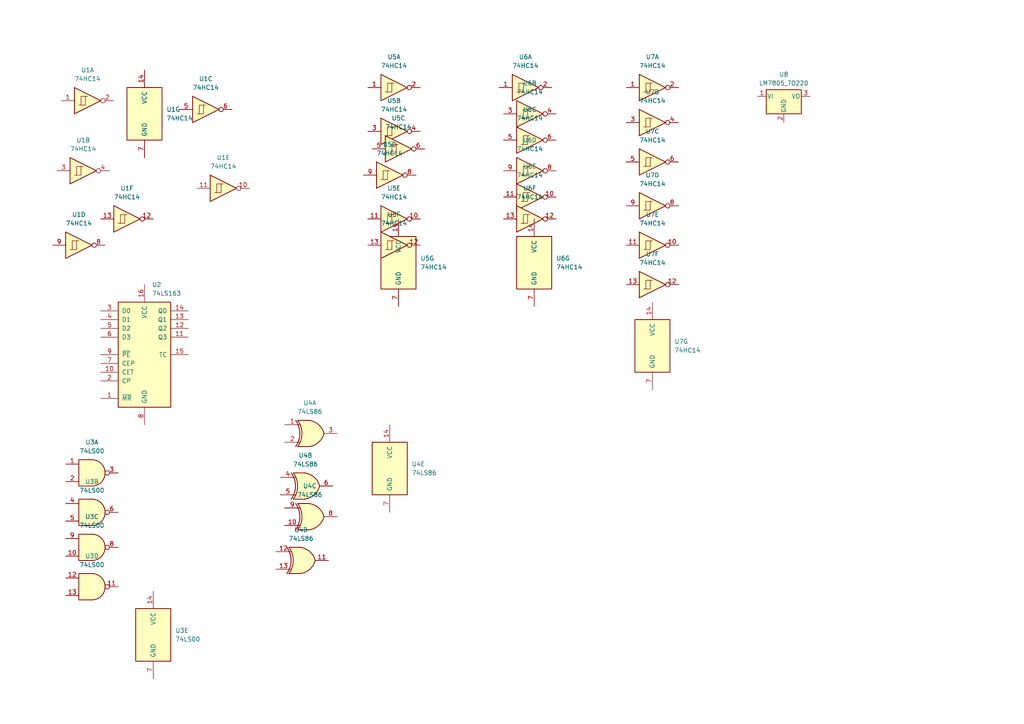
<source format=kicad_sch>
(kicad_sch (version 20250114) (generator "eeschema") (generator_version "9.0")
  (paper "A4")
  (lib_symbols
    (symbol "74xx:74HC14" (pin_names (offset 1.016))
      (property "Reference" "U" (at 0 1.27 0))
      (property "Value" "74HC14" (at 0 -1.27 0))
      (symbol "74HC14_1_0"
        (polyline (pts (xy -3.81 3.81) (xy -3.81 -3.81) (xy 3.81 0) (xy -3.81 3.81)) (stroke (width 0.254)) (fill (type background)))
        (pin input line (at -7.62 0 0) (length 3.81) (name "~") (number "1"))
        (pin output inverted (at 7.62 0 180) (length 3.81) (name "~") (number "2"))
      )
      (symbol "74HC14_1_1"
        (polyline (pts (xy -2.54 -1.27) (xy -0.635 -1.27) (xy -0.635 1.27) (xy 0 1.27)))
        (polyline (pts (xy -1.905 -1.27) (xy -1.905 1.27) (xy -0.635 1.27)))
      )
      (symbol "74HC14_2_0"
        (polyline (pts (xy -3.81 3.81) (xy -3.81 -3.81) (xy 3.81 0) (xy -3.81 3.81)) (stroke (width 0.254)) (fill (type background)))
        (pin input line (at -7.62 0 0) (length 3.81) (name "~") (number "3"))
        (pin output inverted (at 7.62 0 180) (length 3.81) (name "~") (number "4"))
      )
      (symbol "74HC14_2_1"
        (polyline (pts (xy -2.54 -1.27) (xy -0.635 -1.27) (xy -0.635 1.27) (xy 0 1.27)))
        (polyline (pts (xy -1.905 -1.27) (xy -1.905 1.27) (xy -0.635 1.27)))
      )
      (symbol "74HC14_3_0"
        (polyline (pts (xy -3.81 3.81) (xy -3.81 -3.81) (xy 3.81 0) (xy -3.81 3.81)) (stroke (width 0.254)) (fill (type background)))
        (pin input line (at -7.62 0 0) (length 3.81) (name "~") (number "5"))
        (pin output inverted (at 7.62 0 180) (length 3.81) (name "~") (number "6"))
      )
      (symbol "74HC14_3_1"
        (polyline (pts (xy -2.54 -1.27) (xy -0.635 -1.27) (xy -0.635 1.27) (xy 0 1.27)))
        (polyline (pts (xy -1.905 -1.27) (xy -1.905 1.27) (xy -0.635 1.27)))
      )
      (symbol "74HC14_4_0"
        (polyline (pts (xy -3.81 3.81) (xy -3.81 -3.81) (xy 3.81 0) (xy -3.81 3.81)) (stroke (width 0.254)) (fill (type background)))
        (pin input line (at -7.62 0 0) (length 3.81) (name "~") (number "9"))
        (pin output inverted (at 7.62 0 180) (length 3.81) (name "~") (number "8"))
      )
      (symbol "74HC14_4_1"
        (polyline (pts (xy -2.54 -1.27) (xy -0.635 -1.27) (xy -0.635 1.27) (xy 0 1.27)))
        (polyline (pts (xy -1.905 -1.27) (xy -1.905 1.27) (xy -0.635 1.27)))
      )
      (symbol "74HC14_5_0"
        (polyline (pts (xy -3.81 3.81) (xy -3.81 -3.81) (xy 3.81 0) (xy -3.81 3.81)) (stroke (width 0.254)) (fill (type background)))
        (pin input line (at -7.62 0 0) (length 3.81) (name "~") (number "11"))
        (pin output inverted (at 7.62 0 180) (length 3.81) (name "~") (number "10"))
      )
      (symbol "74HC14_5_1"
        (polyline (pts (xy -2.54 -1.27) (xy -0.635 -1.27) (xy -0.635 1.27) (xy 0 1.27)))
        (polyline (pts (xy -1.905 -1.27) (xy -1.905 1.27) (xy -0.635 1.27)))
      )
      (symbol "74HC14_6_0"
        (polyline (pts (xy -3.81 3.81) (xy -3.81 -3.81) (xy 3.81 0) (xy -3.81 3.81)) (stroke (width 0.254)) (fill (type background)))
        (pin input line (at -7.62 0 0) (length 3.81) (name "~") (number "13"))
        (pin output inverted (at 7.62 0 180) (length 3.81) (name "~") (number "12"))
      )
      (symbol "74HC14_6_1"
        (polyline (pts (xy -2.54 -1.27) (xy -0.635 -1.27) (xy -0.635 1.27) (xy 0 1.27)))
        (polyline (pts (xy -1.905 -1.27) (xy -1.905 1.27) (xy -0.635 1.27)))
      )
      (symbol "74HC14_7_0"
        (pin power_in line (at 0 12.7 270) (length 5.08) (name "VCC") (number "14"))
        (pin power_in line (at 0 -12.7 90) (length 5.08) (name "GND") (number "7"))
      )
      (symbol "74HC14_7_1"
        (rectangle (start -5.08 7.62) (end 5.08 -7.62) (stroke (width 0.254)) (fill (type background)))
      )
    )
    (symbol "74xx:74LS00" (pin_names (offset 1.016))
      (property "Reference" "U" (at 0 1.27 0))
      (property "Value" "74LS00" (at 0 -1.27 0))
      (symbol "74LS00_1_1"
        (arc (start 0 3.81) (mid 3.7934 0) (end 0 -3.81) (stroke (width 0.254)) (fill (type background)))
        (polyline (pts (xy 0 3.81) (xy -3.81 3.81) (xy -3.81 -3.81) (xy 0 -3.81)) (stroke (width 0.254)) (fill (type background)))
        (pin input line (at -7.62 2.54 0) (length 3.81) (name "~") (number "1"))
        (pin input line (at -7.62 -2.54 0) (length 3.81) (name "~") (number "2"))
        (pin output inverted (at 7.62 0 180) (length 3.81) (name "~") (number "3"))
      )
      (symbol "74LS00_1_2"
        (arc (start -3.81 3.81) (mid -2.589 0) (end -3.81 -3.81) (stroke (width 0.254)))
        (polyline (pts (xy -3.81 3.81) (xy -0.635 3.81)) (stroke (width 0.254)) (fill (type background)))
        (polyline (pts (xy -3.81 -3.81) (xy -0.635 -3.81)) (stroke (width 0.254)) (fill (type background)))
        (arc (start 3.81 0) (mid 2.1855 -2.584) (end -0.6096 -3.81) (stroke (width 0.254)) (fill (type background)))
        (arc (start -0.6096 3.81) (mid 2.1928 2.5924) (end 3.81 0) (stroke (width 0.254)) (fill (type background)))
        (polyline (pts (xy -0.635 3.81) (xy -3.81 3.81) (xy -3.81 3.81) (xy -3.556 3.4036) (xy -3.0226 2.2606) (xy -2.6924 1.0414) (xy -2.6162 -0.254) (xy -2.7686 -1.4986) (xy -3.175 -2.7178) (xy -3.81 -3.81) (xy -3.81 -3.81) (xy -0.635 -3.81)) (stroke (width -25.4)) (fill (type background)))
        (pin input inverted (at -7.62 2.54 0) (length 4.318) (name "~") (number "1"))
        (pin input inverted (at -7.62 -2.54 0) (length 4.318) (name "~") (number "2"))
        (pin output line (at 7.62 0 180) (length 3.81) (name "~") (number "3"))
      )
      (symbol "74LS00_2_1"
        (arc (start 0 3.81) (mid 3.7934 0) (end 0 -3.81) (stroke (width 0.254)) (fill (type background)))
        (polyline (pts (xy 0 3.81) (xy -3.81 3.81) (xy -3.81 -3.81) (xy 0 -3.81)) (stroke (width 0.254)) (fill (type background)))
        (pin input line (at -7.62 2.54 0) (length 3.81) (name "~") (number "4"))
        (pin input line (at -7.62 -2.54 0) (length 3.81) (name "~") (number "5"))
        (pin output inverted (at 7.62 0 180) (length 3.81) (name "~") (number "6"))
      )
      (symbol "74LS00_2_2"
        (arc (start -3.81 3.81) (mid -2.589 0) (end -3.81 -3.81) (stroke (width 0.254)))
        (polyline (pts (xy -3.81 3.81) (xy -0.635 3.81)) (stroke (width 0.254)) (fill (type background)))
        (polyline (pts (xy -3.81 -3.81) (xy -0.635 -3.81)) (stroke (width 0.254)) (fill (type background)))
        (arc (start 3.81 0) (mid 2.1855 -2.584) (end -0.6096 -3.81) (stroke (width 0.254)) (fill (type background)))
        (arc (start -0.6096 3.81) (mid 2.1928 2.5924) (end 3.81 0) (stroke (width 0.254)) (fill (type background)))
        (polyline (pts (xy -0.635 3.81) (xy -3.81 3.81) (xy -3.81 3.81) (xy -3.556 3.4036) (xy -3.0226 2.2606) (xy -2.6924 1.0414) (xy -2.6162 -0.254) (xy -2.7686 -1.4986) (xy -3.175 -2.7178) (xy -3.81 -3.81) (xy -3.81 -3.81) (xy -0.635 -3.81)) (stroke (width -25.4)) (fill (type background)))
        (pin input inverted (at -7.62 2.54 0) (length 4.318) (name "~") (number "4"))
        (pin input inverted (at -7.62 -2.54 0) (length 4.318) (name "~") (number "5"))
        (pin output line (at 7.62 0 180) (length 3.81) (name "~") (number "6"))
      )
      (symbol "74LS00_3_1"
        (arc (start 0 3.81) (mid 3.7934 0) (end 0 -3.81) (stroke (width 0.254)) (fill (type background)))
        (polyline (pts (xy 0 3.81) (xy -3.81 3.81) (xy -3.81 -3.81) (xy 0 -3.81)) (stroke (width 0.254)) (fill (type background)))
        (pin input line (at -7.62 2.54 0) (length 3.81) (name "~") (number "9"))
        (pin input line (at -7.62 -2.54 0) (length 3.81) (name "~") (number "10"))
        (pin output inverted (at 7.62 0 180) (length 3.81) (name "~") (number "8"))
      )
      (symbol "74LS00_3_2"
        (arc (start -3.81 3.81) (mid -2.589 0) (end -3.81 -3.81) (stroke (width 0.254)))
        (polyline (pts (xy -3.81 3.81) (xy -0.635 3.81)) (stroke (width 0.254)) (fill (type background)))
        (polyline (pts (xy -3.81 -3.81) (xy -0.635 -3.81)) (stroke (width 0.254)) (fill (type background)))
        (arc (start 3.81 0) (mid 2.1855 -2.584) (end -0.6096 -3.81) (stroke (width 0.254)) (fill (type background)))
        (arc (start -0.6096 3.81) (mid 2.1928 2.5924) (end 3.81 0) (stroke (width 0.254)) (fill (type background)))
        (polyline (pts (xy -0.635 3.81) (xy -3.81 3.81) (xy -3.81 3.81) (xy -3.556 3.4036) (xy -3.0226 2.2606) (xy -2.6924 1.0414) (xy -2.6162 -0.254) (xy -2.7686 -1.4986) (xy -3.175 -2.7178) (xy -3.81 -3.81) (xy -3.81 -3.81) (xy -0.635 -3.81)) (stroke (width -25.4)) (fill (type background)))
        (pin input inverted (at -7.62 2.54 0) (length 4.318) (name "~") (number "9"))
        (pin input inverted (at -7.62 -2.54 0) (length 4.318) (name "~") (number "10"))
        (pin output line (at 7.62 0 180) (length 3.81) (name "~") (number "8"))
      )
      (symbol "74LS00_4_1"
        (arc (start 0 3.81) (mid 3.7934 0) (end 0 -3.81) (stroke (width 0.254)) (fill (type background)))
        (polyline (pts (xy 0 3.81) (xy -3.81 3.81) (xy -3.81 -3.81) (xy 0 -3.81)) (stroke (width 0.254)) (fill (type background)))
        (pin input line (at -7.62 2.54 0) (length 3.81) (name "~") (number "12"))
        (pin input line (at -7.62 -2.54 0) (length 3.81) (name "~") (number "13"))
        (pin output inverted (at 7.62 0 180) (length 3.81) (name "~") (number "11"))
      )
      (symbol "74LS00_4_2"
        (arc (start -3.81 3.81) (mid -2.589 0) (end -3.81 -3.81) (stroke (width 0.254)))
        (polyline (pts (xy -3.81 3.81) (xy -0.635 3.81)) (stroke (width 0.254)) (fill (type background)))
        (polyline (pts (xy -3.81 -3.81) (xy -0.635 -3.81)) (stroke (width 0.254)) (fill (type background)))
        (arc (start 3.81 0) (mid 2.1855 -2.584) (end -0.6096 -3.81) (stroke (width 0.254)) (fill (type background)))
        (arc (start -0.6096 3.81) (mid 2.1928 2.5924) (end 3.81 0) (stroke (width 0.254)) (fill (type background)))
        (polyline (pts (xy -0.635 3.81) (xy -3.81 3.81) (xy -3.81 3.81) (xy -3.556 3.4036) (xy -3.0226 2.2606) (xy -2.6924 1.0414) (xy -2.6162 -0.254) (xy -2.7686 -1.4986) (xy -3.175 -2.7178) (xy -3.81 -3.81) (xy -3.81 -3.81) (xy -0.635 -3.81)) (stroke (width -25.4)) (fill (type background)))
        (pin input inverted (at -7.62 2.54 0) (length 4.318) (name "~") (number "12"))
        (pin input inverted (at -7.62 -2.54 0) (length 4.318) (name "~") (number "13"))
        (pin output line (at 7.62 0 180) (length 3.81) (name "~") (number "11"))
      )
      (symbol "74LS00_5_0"
        (pin power_in line (at 0 12.7 270) (length 5.08) (name "VCC") (number "14"))
        (pin power_in line (at 0 -12.7 90) (length 5.08) (name "GND") (number "7"))
      )
      (symbol "74LS00_5_1"
        (rectangle (start -5.08 7.62) (end 5.08 -7.62) (stroke (width 0.254)) (fill (type background)))
      )
    )
    (symbol "74xx:74LS163" (pin_names (offset 1.016))
      (property "Reference" "U" (at -7.62 16.51 0))
      (property "Value" "74LS163" (at -7.62 -16.51 0))
      (symbol "74LS163_1_0"
        (pin input line (at -12.7 12.7 0) (length 5.08) (name "D0") (number "3"))
        (pin input line (at -12.7 10.16 0) (length 5.08) (name "D1") (number "4"))
        (pin input line (at -12.7 7.62 0) (length 5.08) (name "D2") (number "5"))
        (pin input line (at -12.7 5.08 0) (length 5.08) (name "D3") (number "6"))
        (pin input line (at -12.7 0 0) (length 5.08) (name "~{PE}") (number "9"))
        (pin input line (at -12.7 -2.54 0) (length 5.08) (name "CEP") (number "7"))
        (pin input line (at -12.7 -5.08 0) (length 5.08) (name "CET") (number "10"))
        (pin input line (at -12.7 -7.62 0) (length 5.08) (name "CP") (number "2"))
        (pin input line (at -12.7 -12.7 0) (length 5.08) (name "~{MR}") (number "1"))
        (pin power_in line (at 0 20.32 270) (length 5.08) (name "VCC") (number "16"))
        (pin power_in line (at 0 -20.32 90) (length 5.08) (name "GND") (number "8"))
        (pin output line (at 12.7 12.7 180) (length 5.08) (name "Q0") (number "14"))
        (pin output line (at 12.7 10.16 180) (length 5.08) (name "Q1") (number "13"))
        (pin output line (at 12.7 7.62 180) (length 5.08) (name "Q2") (number "12"))
        (pin output line (at 12.7 5.08 180) (length 5.08) (name "Q3") (number "11"))
        (pin output line (at 12.7 0 180) (length 5.08) (name "TC") (number "15"))
      )
      (symbol "74LS163_1_1"
        (rectangle (start -7.62 15.24) (end 7.62 -15.24) (stroke (width 0.254)) (fill (type background)))
      )
    )
    (symbol "74xx:74LS86" (pin_names (offset 1.016))
      (property "Reference" "U" (at 0 1.27 0))
      (property "Value" "74LS86" (at 0 -1.27 0))
      (symbol "74LS86_1_0"
        (arc (start -4.4196 3.81) (mid -3.2033 0) (end -4.4196 -3.81) (stroke (width 0.254)))
        (arc (start -3.81 3.81) (mid -2.589 0) (end -3.81 -3.81) (stroke (width 0.254)))
        (polyline (pts (xy -3.81 3.81) (xy -0.635 3.81)) (stroke (width 0.254)) (fill (type background)))
        (polyline (pts (xy -3.81 -3.81) (xy -0.635 -3.81)) (stroke (width 0.254)) (fill (type background)))
        (arc (start 3.81 0) (mid 2.1855 -2.584) (end -0.6096 -3.81) (stroke (width 0.254)) (fill (type background)))
        (arc (start -0.6096 3.81) (mid 2.1928 2.5924) (end 3.81 0) (stroke (width 0.254)) (fill (type background)))
        (polyline (pts (xy -0.635 3.81) (xy -3.81 3.81) (xy -3.81 3.81) (xy -3.556 3.4036) (xy -3.0226 2.2606) (xy -2.6924 1.0414) (xy -2.6162 -0.254) (xy -2.7686 -1.4986) (xy -3.175 -2.7178) (xy -3.81 -3.81) (xy -3.81 -3.81) (xy -0.635 -3.81)) (stroke (width -25.4)) (fill (type background)))
        (pin input line (at -7.62 2.54 0) (length 4.445) (name "~") (number "1"))
        (pin input line (at -7.62 -2.54 0) (length 4.445) (name "~") (number "2"))
        (pin output line (at 7.62 0 180) (length 3.81) (name "~") (number "3"))
      )
      (symbol "74LS86_1_1"
        (polyline (pts (xy -3.81 2.54) (xy -3.175 2.54)) (stroke (width 0.1524)))
        (polyline (pts (xy -3.81 -2.54) (xy -3.175 -2.54)) (stroke (width 0.1524)))
      )
      (symbol "74LS86_2_0"
        (arc (start -4.4196 3.81) (mid -3.2033 0) (end -4.4196 -3.81) (stroke (width 0.254)))
        (arc (start -3.81 3.81) (mid -2.589 0) (end -3.81 -3.81) (stroke (width 0.254)))
        (polyline (pts (xy -3.81 3.81) (xy -0.635 3.81)) (stroke (width 0.254)) (fill (type background)))
        (polyline (pts (xy -3.81 -3.81) (xy -0.635 -3.81)) (stroke (width 0.254)) (fill (type background)))
        (arc (start 3.81 0) (mid 2.1855 -2.584) (end -0.6096 -3.81) (stroke (width 0.254)) (fill (type background)))
        (arc (start -0.6096 3.81) (mid 2.1928 2.5924) (end 3.81 0) (stroke (width 0.254)) (fill (type background)))
        (polyline (pts (xy -0.635 3.81) (xy -3.81 3.81) (xy -3.81 3.81) (xy -3.556 3.4036) (xy -3.0226 2.2606) (xy -2.6924 1.0414) (xy -2.6162 -0.254) (xy -2.7686 -1.4986) (xy -3.175 -2.7178) (xy -3.81 -3.81) (xy -3.81 -3.81) (xy -0.635 -3.81)) (stroke (width -25.4)) (fill (type background)))
        (pin input line (at -7.62 2.54 0) (length 4.445) (name "~") (number "4"))
        (pin input line (at -7.62 -2.54 0) (length 4.445) (name "~") (number "5"))
        (pin output line (at 7.62 0 180) (length 3.81) (name "~") (number "6"))
      )
      (symbol "74LS86_2_1"
        (polyline (pts (xy -3.81 2.54) (xy -3.175 2.54)) (stroke (width 0.1524)))
        (polyline (pts (xy -3.81 -2.54) (xy -3.175 -2.54)) (stroke (width 0.1524)))
      )
      (symbol "74LS86_3_0"
        (arc (start -4.4196 3.81) (mid -3.2033 0) (end -4.4196 -3.81) (stroke (width 0.254)))
        (arc (start -3.81 3.81) (mid -2.589 0) (end -3.81 -3.81) (stroke (width 0.254)))
        (polyline (pts (xy -3.81 3.81) (xy -0.635 3.81)) (stroke (width 0.254)) (fill (type background)))
        (polyline (pts (xy -3.81 -3.81) (xy -0.635 -3.81)) (stroke (width 0.254)) (fill (type background)))
        (arc (start 3.81 0) (mid 2.1855 -2.584) (end -0.6096 -3.81) (stroke (width 0.254)) (fill (type background)))
        (arc (start -0.6096 3.81) (mid 2.1928 2.5924) (end 3.81 0) (stroke (width 0.254)) (fill (type background)))
        (polyline (pts (xy -0.635 3.81) (xy -3.81 3.81) (xy -3.81 3.81) (xy -3.556 3.4036) (xy -3.0226 2.2606) (xy -2.6924 1.0414) (xy -2.6162 -0.254) (xy -2.7686 -1.4986) (xy -3.175 -2.7178) (xy -3.81 -3.81) (xy -3.81 -3.81) (xy -0.635 -3.81)) (stroke (width -25.4)) (fill (type background)))
        (pin input line (at -7.62 2.54 0) (length 4.445) (name "~") (number "9"))
        (pin input line (at -7.62 -2.54 0) (length 4.445) (name "~") (number "10"))
        (pin output line (at 7.62 0 180) (length 3.81) (name "~") (number "8"))
      )
      (symbol "74LS86_3_1"
        (polyline (pts (xy -3.81 2.54) (xy -3.175 2.54)) (stroke (width 0.1524)))
        (polyline (pts (xy -3.81 -2.54) (xy -3.175 -2.54)) (stroke (width 0.1524)))
      )
      (symbol "74LS86_4_0"
        (arc (start -4.4196 3.81) (mid -3.2033 0) (end -4.4196 -3.81) (stroke (width 0.254)))
        (arc (start -3.81 3.81) (mid -2.589 0) (end -3.81 -3.81) (stroke (width 0.254)))
        (polyline (pts (xy -3.81 3.81) (xy -0.635 3.81)) (stroke (width 0.254)) (fill (type background)))
        (polyline (pts (xy -3.81 -3.81) (xy -0.635 -3.81)) (stroke (width 0.254)) (fill (type background)))
        (arc (start 3.81 0) (mid 2.1855 -2.584) (end -0.6096 -3.81) (stroke (width 0.254)) (fill (type background)))
        (arc (start -0.6096 3.81) (mid 2.1928 2.5924) (end 3.81 0) (stroke (width 0.254)) (fill (type background)))
        (polyline (pts (xy -0.635 3.81) (xy -3.81 3.81) (xy -3.81 3.81) (xy -3.556 3.4036) (xy -3.0226 2.2606) (xy -2.6924 1.0414) (xy -2.6162 -0.254) (xy -2.7686 -1.4986) (xy -3.175 -2.7178) (xy -3.81 -3.81) (xy -3.81 -3.81) (xy -0.635 -3.81)) (stroke (width -25.4)) (fill (type background)))
        (pin input line (at -7.62 2.54 0) (length 4.445) (name "~") (number "12"))
        (pin input line (at -7.62 -2.54 0) (length 4.445) (name "~") (number "13"))
        (pin output line (at 7.62 0 180) (length 3.81) (name "~") (number "11"))
      )
      (symbol "74LS86_4_1"
        (polyline (pts (xy -3.81 2.54) (xy -3.175 2.54)) (stroke (width 0.1524)))
        (polyline (pts (xy -3.81 -2.54) (xy -3.175 -2.54)) (stroke (width 0.1524)))
      )
      (symbol "74LS86_5_0"
        (pin power_in line (at 0 12.7 270) (length 5.08) (name "VCC") (number "14"))
        (pin power_in line (at 0 -12.7 90) (length 5.08) (name "GND") (number "7"))
      )
      (symbol "74LS86_5_1"
        (rectangle (start -5.08 7.62) (end 5.08 -7.62) (stroke (width 0.254)) (fill (type background)))
      )
    )
    (symbol "Regulator_Linear:LM7805_TO220" (pin_names (offset 0.254))
      (property "Reference" "U" (at -3.81 3.175 0))
      (property "Value" "LM7805_TO220" (at 0 3.175 0))
      (symbol "LM7805_TO220_0_1"
        (rectangle (start -5.08 1.905) (end 5.08 -5.08) (stroke (width 0.254)) (fill (type background)))
      )
      (symbol "LM7805_TO220_1_1"
        (pin power_in line (at -7.62 0 0) (length 2.54) (name "VI") (number "1"))
        (pin power_in line (at 0 -7.62 90) (length 2.54) (name "GND") (number "2"))
        (pin power_out line (at 7.62 0 180) (length 2.54) (name "VO") (number "3"))
      )
    )
  )
  (symbol (lib_id "74xx:74HC14") (at 114.3 71.12 0) (unit 6)
    (property "Reference" "U5" (at 114.3 62.23 0))
    (property "Value" "74HC14" (at 114.3 64.77 0))
    (property "Datasheet" "http://www.ti.com/lit/gpn/sn74HC14" (effects (hide yes)))
    (property "Description" "Hex inverter schmitt trigger" (effects (hide yes)))
  )
  (symbol (lib_id "74xx:74HC14") (at 153.67 40.64 0) (unit 3)
    (property "Reference" "U6" (at 153.67 31.75 0))
    (property "Value" "74HC14" (at 153.67 34.29 0))
    (property "Datasheet" "http://www.ti.com/lit/gpn/sn74HC14" (effects (hide yes)))
    (property "Description" "Hex inverter schmitt trigger" (effects (hide yes)))
  )
  (symbol (lib_id "74xx:74LS86") (at 90.17 149.86 0) (unit 3)
    (property "Reference" "U4" (at 89.8652 140.97 0))
    (property "Value" "74LS86" (at 89.8652 143.51 0))
    (property "Datasheet" "74xx/74ls86.pdf" (effects (hide yes)))
    (property "Description" "Quad 2-input XOR" (effects (hide yes)))
  )
  (symbol (lib_id "74xx:74LS00") (at 26.67 158.75 0) (unit 3)
    (property "Reference" "U3" (at 26.6617 149.86 0))
    (property "Value" "74LS00" (at 26.6617 152.4 0))
    (property "Datasheet" "http://www.ti.com/lit/gpn/sn74ls00" (effects (hide yes)))
    (property "Description" "quad 2-input NAND gate" (effects (hide yes)))
  )
  (symbol (lib_id "74xx:74LS00") (at 44.45 184.15 0) (unit 5)
    (property "Reference" "U3" (at 50.8 182.8799 0) (effects (justify left)))
    (property "Value" "74LS00" (at 50.8 185.4199 0) (effects (justify left)))
    (property "Datasheet" "http://www.ti.com/lit/gpn/sn74ls00" (effects (hide yes)))
    (property "Description" "quad 2-input NAND gate" (effects (hide yes)))
  )
  (symbol (lib_id "74xx:74HC14") (at 114.3 38.1 0) (unit 2)
    (property "Reference" "U5" (at 114.3 29.21 0))
    (property "Value" "74HC14" (at 114.3 31.75 0))
    (property "Datasheet" "http://www.ti.com/lit/gpn/sn74HC14" (effects (hide yes)))
    (property "Description" "Hex inverter schmitt trigger" (effects (hide yes)))
  )
  (symbol (lib_id "74xx:74HC14") (at 189.23 25.4 0) (unit 1)
    (property "Reference" "U7" (at 189.23 16.51 0))
    (property "Value" "74HC14" (at 189.23 19.05 0))
    (property "Datasheet" "http://www.ti.com/lit/gpn/sn74HC14" (effects (hide yes)))
    (property "Description" "Hex inverter schmitt trigger" (effects (hide yes)))
  )
  (symbol (lib_id "74xx:74LS00") (at 26.67 148.59 0) (unit 2)
    (property "Reference" "U3" (at 26.6617 139.7 0))
    (property "Value" "74LS00" (at 26.6617 142.24 0))
    (property "Datasheet" "http://www.ti.com/lit/gpn/sn74ls00" (effects (hide yes)))
    (property "Description" "quad 2-input NAND gate" (effects (hide yes)))
  )
  (symbol (lib_id "74xx:74HC14") (at 189.23 59.69 0) (unit 4)
    (property "Reference" "U7" (at 189.23 50.8 0))
    (property "Value" "74HC14" (at 189.23 53.34 0))
    (property "Datasheet" "http://www.ti.com/lit/gpn/sn74HC14" (effects (hide yes)))
    (property "Description" "Hex inverter schmitt trigger" (effects (hide yes)))
  )
  (symbol (lib_id "74xx:74HC14") (at 114.3 25.4 0) (unit 1)
    (property "Reference" "U5" (at 114.3 16.51 0))
    (property "Value" "74HC14" (at 114.3 19.05 0))
    (property "Datasheet" "http://www.ti.com/lit/gpn/sn74HC14" (effects (hide yes)))
    (property "Description" "Hex inverter schmitt trigger" (effects (hide yes)))
  )
  (symbol (lib_id "74xx:74HC14") (at 115.57 43.18 0) (unit 3)
    (property "Reference" "U5" (at 115.57 34.29 0))
    (property "Value" "74HC14" (at 115.57 36.83 0))
    (property "Datasheet" "http://www.ti.com/lit/gpn/sn74HC14" (effects (hide yes)))
    (property "Description" "Hex inverter schmitt trigger" (effects (hide yes)))
  )
  (symbol (lib_id "74xx:74HC14") (at 36.83 63.5 0) (unit 6)
    (property "Reference" "U1" (at 36.83 54.61 0))
    (property "Value" "74HC14" (at 36.83 57.15 0))
    (property "Datasheet" "http://www.ti.com/lit/gpn/sn74HC14" (effects (hide yes)))
    (property "Description" "Hex inverter schmitt trigger" (effects (hide yes)))
  )
  (symbol (lib_id "74xx:74HC14") (at 152.4 25.4 0) (unit 1)
    (property "Reference" "U6" (at 152.4 16.51 0))
    (property "Value" "74HC14" (at 152.4 19.05 0))
    (property "Datasheet" "http://www.ti.com/lit/gpn/sn74HC14" (effects (hide yes)))
    (property "Description" "Hex inverter schmitt trigger" (effects (hide yes)))
  )
  (symbol (lib_id "74xx:74HC14") (at 189.23 71.12 0) (unit 5)
    (property "Reference" "U7" (at 189.23 62.23 0))
    (property "Value" "74HC14" (at 189.23 64.77 0))
    (property "Datasheet" "http://www.ti.com/lit/gpn/sn74HC14" (effects (hide yes)))
    (property "Description" "Hex inverter schmitt trigger" (effects (hide yes)))
  )
  (symbol (lib_id "74xx:74LS86") (at 90.17 125.73 0) (unit 1)
    (property "Reference" "U4" (at 89.8652 116.84 0))
    (property "Value" "74LS86" (at 89.8652 119.38 0))
    (property "Datasheet" "74xx/74ls86.pdf" (effects (hide yes)))
    (property "Description" "Quad 2-input XOR" (effects (hide yes)))
  )
  (symbol (lib_id "74xx:74LS00") (at 26.67 137.16 0) (unit 1)
    (property "Reference" "U3" (at 26.6617 128.27 0))
    (property "Value" "74LS00" (at 26.6617 130.81 0))
    (property "Datasheet" "http://www.ti.com/lit/gpn/sn74ls00" (effects (hide yes)))
    (property "Description" "quad 2-input NAND gate" (effects (hide yes)))
  )
  (symbol (lib_id "74xx:74LS86") (at 87.63 162.56 0) (unit 4)
    (property "Reference" "U4" (at 87.3252 153.67 0))
    (property "Value" "74LS86" (at 87.3252 156.21 0))
    (property "Datasheet" "74xx/74ls86.pdf" (effects (hide yes)))
    (property "Description" "Quad 2-input XOR" (effects (hide yes)))
  )
  (symbol (lib_id "74xx:74LS00") (at 26.67 170.18 0) (unit 4)
    (property "Reference" "U3" (at 26.6617 161.29 0))
    (property "Value" "74LS00" (at 26.6617 163.83 0))
    (property "Datasheet" "http://www.ti.com/lit/gpn/sn74ls00" (effects (hide yes)))
    (property "Description" "quad 2-input NAND gate" (effects (hide yes)))
  )
  (symbol (lib_id "74xx:74HC14") (at 154.94 76.2 0) (unit 7)
    (property "Reference" "U6" (at 161.29 74.9299 0) (effects (justify left)))
    (property "Value" "74HC14" (at 161.29 77.4699 0) (effects (justify left)))
    (property "Datasheet" "http://www.ti.com/lit/gpn/sn74HC14" (effects (hide yes)))
    (property "Description" "Hex inverter schmitt trigger" (effects (hide yes)))
  )
  (symbol (lib_id "Regulator_Linear:LM7805_TO220") (at 227.33 27.94 0) (unit 1)
    (property "Reference" "U8" (at 227.33 21.59 0))
    (property "Value" "LM7805_TO220" (at 227.33 24.13 0))
    (property "Footprint" "Package_TO_SOT_THT:TO-220-3_Vertical" (effects (hide yes)))
    (property "Datasheet" "https://www.onsemi.cn/PowerSolutions/document/MC7800-D.PDF" (effects (hide yes)))
    (property "Description" "Positive 1A 35V Linear Regulator, Fixed Output 5V, TO-220" (effects (hide yes)))
  )
  (symbol (lib_id "74xx:74LS86") (at 113.03 135.89 0) (unit 5)
    (property "Reference" "U4" (at 119.38 134.6199 0) (effects (justify left)))
    (property "Value" "74LS86" (at 119.38 137.1599 0) (effects (justify left)))
    (property "Datasheet" "74xx/74ls86.pdf" (effects (hide yes)))
    (property "Description" "Quad 2-input XOR" (effects (hide yes)))
  )
  (symbol (lib_id "74xx:74HC14") (at 113.03 50.8 0) (unit 4)
    (property "Reference" "U5" (at 113.03 41.91 0))
    (property "Value" "74HC14" (at 113.03 44.45 0))
    (property "Datasheet" "http://www.ti.com/lit/gpn/sn74HC14" (effects (hide yes)))
    (property "Description" "Hex inverter schmitt trigger" (effects (hide yes)))
  )
  (symbol (lib_id "74xx:74LS86") (at 88.9 140.97 0) (unit 2)
    (property "Reference" "U4" (at 88.5952 132.08 0))
    (property "Value" "74LS86" (at 88.5952 134.62 0))
    (property "Datasheet" "74xx/74ls86.pdf" (effects (hide yes)))
    (property "Description" "Quad 2-input XOR" (effects (hide yes)))
  )
  (symbol (lib_id "74xx:74HC14") (at 189.23 82.55 0) (unit 6)
    (property "Reference" "U7" (at 189.23 73.66 0))
    (property "Value" "74HC14" (at 189.23 76.2 0))
    (property "Datasheet" "http://www.ti.com/lit/gpn/sn74HC14" (effects (hide yes)))
    (property "Description" "Hex inverter schmitt trigger" (effects (hide yes)))
  )
  (symbol (lib_id "74xx:74HC14") (at 41.91 33.02 0) (unit 7)
    (property "Reference" "U1" (at 48.26 31.7499 0) (effects (justify left)))
    (property "Value" "74HC14" (at 48.26 34.2899 0) (effects (justify left)))
    (property "Datasheet" "http://www.ti.com/lit/gpn/sn74HC14" (effects (hide yes)))
    (property "Description" "Hex inverter schmitt trigger" (effects (hide yes)))
  )
  (symbol (lib_id "74xx:74HC14") (at 153.67 57.15 0) (unit 5)
    (property "Reference" "U6" (at 153.67 48.26 0))
    (property "Value" "74HC14" (at 153.67 50.8 0))
    (property "Datasheet" "http://www.ti.com/lit/gpn/sn74HC14" (effects (hide yes)))
    (property "Description" "Hex inverter schmitt trigger" (effects (hide yes)))
  )
  (symbol (lib_id "74xx:74HC14") (at 189.23 46.99 0) (unit 3)
    (property "Reference" "U7" (at 189.23 38.1 0))
    (property "Value" "74HC14" (at 189.23 40.64 0))
    (property "Datasheet" "http://www.ti.com/lit/gpn/sn74HC14" (effects (hide yes)))
    (property "Description" "Hex inverter schmitt trigger" (effects (hide yes)))
  )
  (symbol (lib_id "74xx:74HC14") (at 153.67 49.53 0) (unit 4)
    (property "Reference" "U6" (at 153.67 40.64 0))
    (property "Value" "74HC14" (at 153.67 43.18 0))
    (property "Datasheet" "http://www.ti.com/lit/gpn/sn74HC14" (effects (hide yes)))
    (property "Description" "Hex inverter schmitt trigger" (effects (hide yes)))
  )
  (symbol (lib_id "74xx:74HC14") (at 153.67 63.5 0) (unit 6)
    (property "Reference" "U6" (at 153.67 54.61 0))
    (property "Value" "74HC14" (at 153.67 57.15 0))
    (property "Datasheet" "http://www.ti.com/lit/gpn/sn74HC14" (effects (hide yes)))
    (property "Description" "Hex inverter schmitt trigger" (effects (hide yes)))
  )
  (symbol (lib_id "74xx:74HC14") (at 22.86 71.12 0) (unit 4)
    (property "Reference" "U1" (at 22.86 62.23 0))
    (property "Value" "74HC14" (at 22.86 64.77 0))
    (property "Datasheet" "http://www.ti.com/lit/gpn/sn74HC14" (effects (hide yes)))
    (property "Description" "Hex inverter schmitt trigger" (effects (hide yes)))
  )
  (symbol (lib_id "74xx:74HC14") (at 64.77 54.61 0) (unit 5)
    (property "Reference" "U1" (at 64.77 45.72 0))
    (property "Value" "74HC14" (at 64.77 48.26 0))
    (property "Datasheet" "http://www.ti.com/lit/gpn/sn74HC14" (effects (hide yes)))
    (property "Description" "Hex inverter schmitt trigger" (effects (hide yes)))
  )
  (symbol (lib_id "74xx:74HC14") (at 59.69 31.75 0) (unit 3)
    (property "Reference" "U1" (at 59.69 22.86 0))
    (property "Value" "74HC14" (at 59.69 25.4 0))
    (property "Datasheet" "http://www.ti.com/lit/gpn/sn74HC14" (effects (hide yes)))
    (property "Description" "Hex inverter schmitt trigger" (effects (hide yes)))
  )
  (symbol (lib_id "74xx:74HC14") (at 153.67 33.02 0) (unit 2)
    (property "Reference" "U6" (at 153.67 24.13 0))
    (property "Value" "74HC14" (at 153.67 26.67 0))
    (property "Datasheet" "http://www.ti.com/lit/gpn/sn74HC14" (effects (hide yes)))
    (property "Description" "Hex inverter schmitt trigger" (effects (hide yes)))
  )
  (symbol (lib_id "74xx:74HC14") (at 189.23 35.56 0) (unit 2)
    (property "Reference" "U7" (at 189.23 26.67 0))
    (property "Value" "74HC14" (at 189.23 29.21 0))
    (property "Datasheet" "http://www.ti.com/lit/gpn/sn74HC14" (effects (hide yes)))
    (property "Description" "Hex inverter schmitt trigger" (effects (hide yes)))
  )
  (symbol (lib_id "74xx:74HC14") (at 114.3 63.5 0) (unit 5)
    (property "Reference" "U5" (at 114.3 54.61 0))
    (property "Value" "74HC14" (at 114.3 57.15 0))
    (property "Datasheet" "http://www.ti.com/lit/gpn/sn74HC14" (effects (hide yes)))
    (property "Description" "Hex inverter schmitt trigger" (effects (hide yes)))
  )
  (symbol (lib_id "74xx:74HC14") (at 115.57 76.2 0) (unit 7)
    (property "Reference" "U5" (at 121.92 74.9299 0) (effects (justify left)))
    (property "Value" "74HC14" (at 121.92 77.4699 0) (effects (justify left)))
    (property "Datasheet" "http://www.ti.com/lit/gpn/sn74HC14" (effects (hide yes)))
    (property "Description" "Hex inverter schmitt trigger" (effects (hide yes)))
  )
  (symbol (lib_id "74xx:74HC14") (at 25.4 29.21 0) (unit 1)
    (property "Reference" "U1" (at 25.4 20.32 0))
    (property "Value" "74HC14" (at 25.4 22.86 0))
    (property "Datasheet" "http://www.ti.com/lit/gpn/sn74HC14" (effects (hide yes)))
    (property "Description" "Hex inverter schmitt trigger" (effects (hide yes)))
  )
  (symbol (lib_id "74xx:74HC14") (at 189.23 100.33 0) (unit 7)
    (property "Reference" "U7" (at 195.58 99.0599 0) (effects (justify left)))
    (property "Value" "74HC14" (at 195.58 101.5999 0) (effects (justify left)))
    (property "Datasheet" "http://www.ti.com/lit/gpn/sn74HC14" (effects (hide yes)))
    (property "Description" "Hex inverter schmitt trigger" (effects (hide yes)))
  )
  (symbol (lib_id "74xx:74HC14") (at 24.13 49.53 0) (unit 2)
    (property "Reference" "U1" (at 24.13 40.64 0))
    (property "Value" "74HC14" (at 24.13 43.18 0))
    (property "Datasheet" "http://www.ti.com/lit/gpn/sn74HC14" (effects (hide yes)))
    (property "Description" "Hex inverter schmitt trigger" (effects (hide yes)))
  )
  (symbol (lib_id "74xx:74LS163") (at 41.91 102.87 0) (unit 1)
    (property "Reference" "U2" (at 44.0533 82.55 0) (effects (justify left)))
    (property "Value" "74LS163" (at 44.0533 85.09 0) (effects (justify left)))
    (property "Datasheet" "http://www.ti.com/lit/gpn/sn74LS163" (effects (hide yes)))
    (property "Description" "Synchronous 4-bit programmable binary Counter" (effects (hide yes)))
  )
)
</source>
